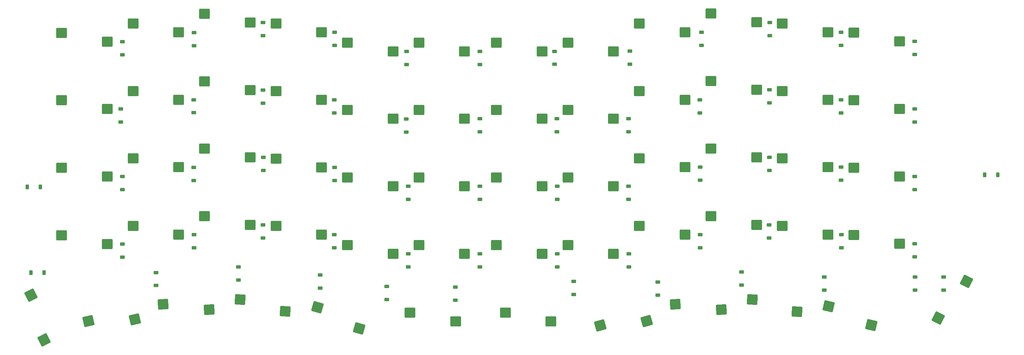
<source format=gbr>
%TF.GenerationSoftware,KiCad,Pcbnew,8.0.5*%
%TF.CreationDate,2024-10-07T12:12:51+02:00*%
%TF.ProjectId,chastity,63686173-7469-4747-992e-6b696361645f,rev?*%
%TF.SameCoordinates,Original*%
%TF.FileFunction,Paste,Bot*%
%TF.FilePolarity,Positive*%
%FSLAX46Y46*%
G04 Gerber Fmt 4.6, Leading zero omitted, Abs format (unit mm)*
G04 Created by KiCad (PCBNEW 8.0.5) date 2024-10-07 12:12:51*
%MOMM*%
%LPD*%
G01*
G04 APERTURE LIST*
G04 Aperture macros list*
%AMRoundRect*
0 Rectangle with rounded corners*
0 $1 Rounding radius*
0 $2 $3 $4 $5 $6 $7 $8 $9 X,Y pos of 4 corners*
0 Add a 4 corners polygon primitive as box body*
4,1,4,$2,$3,$4,$5,$6,$7,$8,$9,$2,$3,0*
0 Add four circle primitives for the rounded corners*
1,1,$1+$1,$2,$3*
1,1,$1+$1,$4,$5*
1,1,$1+$1,$6,$7*
1,1,$1+$1,$8,$9*
0 Add four rect primitives between the rounded corners*
20,1,$1+$1,$2,$3,$4,$5,0*
20,1,$1+$1,$4,$5,$6,$7,0*
20,1,$1+$1,$6,$7,$8,$9,0*
20,1,$1+$1,$8,$9,$2,$3,0*%
G04 Aperture macros list end*
%ADD10RoundRect,0.260000X1.065000X1.040000X-1.065000X1.040000X-1.065000X-1.040000X1.065000X-1.040000X0*%
%ADD11RoundRect,0.260000X1.134952X0.963176X-0.989859X1.111757X-1.134952X-0.963176X0.989859X-1.111757X0*%
%ADD12RoundRect,0.225000X0.375000X-0.225000X0.375000X0.225000X-0.375000X0.225000X-0.375000X-0.225000X0*%
%ADD13RoundRect,0.225000X-0.375000X0.225000X-0.375000X-0.225000X0.375000X-0.225000X0.375000X0.225000X0*%
%ADD14RoundRect,0.225000X0.225000X0.375000X-0.225000X0.375000X-0.225000X-0.375000X0.225000X-0.375000X0*%
%ADD15RoundRect,0.260000X0.737081X1.293266X-1.310407X0.706158X-0.737081X-1.293266X1.310407X-0.706158X0*%
%ADD16RoundRect,0.260000X0.803755X1.252918X-1.271653X0.773772X-0.803755X-1.252918X1.271653X-0.773772X0*%
%ADD17RoundRect,0.260000X1.310407X0.706158X-0.737081X1.293266X-1.310407X-0.706158X0.737081X-1.293266X0*%
%ADD18RoundRect,0.260000X1.271653X0.773772X-0.803755X1.252918X-1.271653X-0.773772X0.803755X-1.252918X0*%
%ADD19RoundRect,0.260000X0.989859X1.111757X-1.134952X0.963176X-0.989859X-1.111757X1.134952X-0.963176X0*%
%ADD20RoundRect,0.260000X0.443147X-1.421072X1.410147X0.476772X-0.443147X1.421072X-1.410147X-0.476772X0*%
%ADD21RoundRect,0.260000X-1.410147X0.476772X-0.443147X-1.421072X1.410147X-0.476772X0.443147X1.421072X0*%
G04 APERTURE END LIST*
D10*
%TO.C,MX35*%
X95389764Y112493000D03*
X106879764Y110293000D03*
%TD*%
%TO.C,MX19*%
X144371815Y59302555D03*
X132881815Y61502555D03*
%TD*%
D11*
%TO.C,MX58*%
X68401218Y47779143D03*
X79709764Y44783000D03*
%TD*%
D10*
%TO.C,MX4*%
X198371815Y117602555D03*
X186881815Y119802555D03*
%TD*%
%TO.C,MX40*%
X77394764Y100293000D03*
X88884764Y98093000D03*
%TD*%
%TO.C,MX11*%
X216371815Y98102555D03*
X204881815Y100302555D03*
%TD*%
%TO.C,MX10*%
X198371815Y100602555D03*
X186881815Y102802555D03*
%TD*%
%TO.C,MX15*%
X180371815Y81102555D03*
X168881815Y83302555D03*
%TD*%
%TO.C,MX60*%
X111144764Y44483000D03*
X122634764Y42283000D03*
%TD*%
D12*
%TO.C,D42*%
X128706201Y89997012D03*
X128706201Y93297012D03*
%TD*%
%TO.C,D4*%
X201746815Y117582555D03*
X201746815Y114282555D03*
%TD*%
%TO.C,D45*%
X74169764Y80253000D03*
X74169764Y83553000D03*
%TD*%
%TO.C,D12*%
X238216815Y95812555D03*
X238216815Y92512555D03*
%TD*%
%TO.C,D44*%
X56679764Y77793000D03*
X56679764Y81093000D03*
%TD*%
%TO.C,D17*%
X219646815Y81105055D03*
X219646815Y77805055D03*
%TD*%
D10*
%TO.C,MX54*%
X113389764Y61493000D03*
X124879764Y59293000D03*
%TD*%
%TO.C,MX33*%
X59407114Y119754250D03*
X70897114Y117554250D03*
%TD*%
%TO.C,MX14*%
X162371815Y76302555D03*
X150881815Y78502555D03*
%TD*%
%TO.C,MX41*%
X95389764Y95493000D03*
X106879764Y93293000D03*
%TD*%
%TO.C,MX9*%
X180371815Y98102555D03*
X168881815Y100302555D03*
%TD*%
D12*
%TO.C,D52*%
X92089764Y60793000D03*
X92089764Y64093000D03*
%TD*%
D10*
%TO.C,MX32*%
X41407114Y117304250D03*
X52897114Y115104250D03*
%TD*%
D12*
%TO.C,D19*%
X148176815Y59302555D03*
X148176815Y56002555D03*
%TD*%
%TO.C,D24*%
X238206815Y61802555D03*
X238206815Y58502555D03*
%TD*%
%TO.C,D22*%
X201586815Y66602555D03*
X201586815Y63302555D03*
%TD*%
D10*
%TO.C,MX16*%
X198371815Y83602555D03*
X186881815Y85802555D03*
%TD*%
D13*
%TO.C,D30*%
X245526815Y50122555D03*
X245526815Y53422555D03*
%TD*%
%TO.C,D57*%
X67909764Y55983000D03*
X67909764Y52683000D03*
%TD*%
D12*
%TO.C,D43*%
X38706485Y75455045D03*
X38706485Y78755045D03*
%TD*%
D10*
%TO.C,MX31*%
X23407114Y114954250D03*
X34897114Y112754250D03*
%TD*%
D13*
%TO.C,D59*%
X105300764Y51113000D03*
X105300764Y47813000D03*
%TD*%
D14*
%TO.C,D61*%
X255836815Y79202555D03*
X259136815Y79202555D03*
%TD*%
D15*
%TO.C,MX26*%
X170699212Y42331486D03*
X159047913Y41279189D03*
%TD*%
D12*
%TO.C,D16*%
X201656815Y83602555D03*
X201656815Y80302555D03*
%TD*%
D10*
%TO.C,MX2*%
X162371815Y110302555D03*
X150881815Y112502555D03*
%TD*%
D13*
%TO.C,D26*%
X173496815Y48912555D03*
X173496815Y52212555D03*
%TD*%
D10*
%TO.C,MX21*%
X180371815Y64102555D03*
X168881815Y66302555D03*
%TD*%
%TO.C,MX3*%
X180371815Y115102555D03*
X168881815Y117302555D03*
%TD*%
D16*
%TO.C,MX56*%
X30150614Y42337160D03*
X41841019Y42778233D03*
%TD*%
D10*
%TO.C,MX13*%
X144371815Y76302555D03*
X132881815Y78502555D03*
%TD*%
%TO.C,MX12*%
X234371815Y95802555D03*
X222881815Y98002555D03*
%TD*%
D12*
%TO.C,D32*%
X56729764Y111713000D03*
X56729764Y115013000D03*
%TD*%
D10*
%TO.C,MX1*%
X144371815Y110302555D03*
X132881815Y112502555D03*
%TD*%
D13*
%TO.C,D60*%
X122539764Y50953000D03*
X122539764Y47653000D03*
%TD*%
%TO.C,D27*%
X194606815Y51402555D03*
X194606815Y54702555D03*
%TD*%
D12*
%TO.C,D47*%
X110739764Y72993000D03*
X110739764Y76293000D03*
%TD*%
D10*
%TO.C,MX44*%
X41407114Y83304250D03*
X52897114Y81104250D03*
%TD*%
D12*
%TO.C,D21*%
X184176815Y64112555D03*
X184176815Y60812555D03*
%TD*%
D13*
%TO.C,D29*%
X238266815Y50122555D03*
X238266815Y53422555D03*
%TD*%
D10*
%TO.C,MX18*%
X234371815Y78802555D03*
X222881815Y81002555D03*
%TD*%
%TO.C,MX20*%
X162371815Y59302555D03*
X150881815Y61502555D03*
%TD*%
D14*
%TO.C,D55*%
X19019764Y54563000D03*
X15719764Y54563000D03*
%TD*%
D12*
%TO.C,D48*%
X128759764Y73005500D03*
X128759764Y76305500D03*
%TD*%
%TO.C,D20*%
X166202457Y59299816D03*
X166202457Y55999816D03*
%TD*%
%TO.C,D49*%
X38719764Y58453000D03*
X38719764Y61753000D03*
%TD*%
%TO.C,D38*%
X56709764Y94813000D03*
X56709764Y98113000D03*
%TD*%
D10*
%TO.C,MX53*%
X95389764Y61493000D03*
X106879764Y59293000D03*
%TD*%
%TO.C,MX47*%
X95389764Y78493000D03*
X106879764Y76293000D03*
%TD*%
D17*
%TO.C,MX59*%
X87870521Y45820899D03*
X98309016Y40539050D03*
%TD*%
D12*
%TO.C,D7*%
X148156815Y93305055D03*
X148156815Y90005055D03*
%TD*%
D13*
%TO.C,D56*%
X47209764Y54595500D03*
X47209764Y51295500D03*
%TD*%
D12*
%TO.C,D23*%
X219766815Y64095055D03*
X219766815Y60795055D03*
%TD*%
D10*
%TO.C,MX34*%
X77394764Y117293000D03*
X88884764Y115093000D03*
%TD*%
%TO.C,MX36*%
X113389764Y112493000D03*
X124879764Y110293000D03*
%TD*%
D12*
%TO.C,D3*%
X184566815Y115102555D03*
X184566815Y111802555D03*
%TD*%
D10*
%TO.C,MX25*%
X146625058Y42288079D03*
X135135058Y44488079D03*
%TD*%
%TO.C,MX8*%
X162371815Y93302555D03*
X150881815Y95502555D03*
%TD*%
D12*
%TO.C,D41*%
X110179147Y89979410D03*
X110179147Y93279410D03*
%TD*%
%TO.C,D9*%
X184116815Y98092555D03*
X184116815Y94792555D03*
%TD*%
D18*
%TO.C,MX29*%
X227265603Y41334220D03*
X216564984Y46062521D03*
%TD*%
D10*
%TO.C,MX42*%
X113389764Y95493000D03*
X124879764Y93293000D03*
%TD*%
D19*
%TO.C,MX27*%
X189522359Y45229748D03*
X177906884Y46622887D03*
%TD*%
D10*
%TO.C,MX7*%
X144371815Y93302555D03*
X132881815Y95502555D03*
%TD*%
%TO.C,MX45*%
X59407114Y85754250D03*
X70897114Y83554250D03*
%TD*%
D12*
%TO.C,D8*%
X166196815Y93292555D03*
X166196815Y89992555D03*
%TD*%
D10*
%TO.C,MX23*%
X216371815Y64102555D03*
X204881815Y66302555D03*
%TD*%
D12*
%TO.C,D33*%
X74149764Y114275500D03*
X74149764Y117575500D03*
%TD*%
D10*
%TO.C,MX37*%
X23407114Y97954250D03*
X34897114Y95754250D03*
%TD*%
%TO.C,MX49*%
X23407114Y63954250D03*
X34897114Y61754250D03*
%TD*%
D11*
%TO.C,MX28*%
X208602258Y44744350D03*
X197293711Y47740493D03*
%TD*%
D13*
%TO.C,D28*%
X215466815Y50152555D03*
X215466815Y53452555D03*
%TD*%
D10*
%TO.C,MX22*%
X198371815Y66602555D03*
X186881815Y68802555D03*
%TD*%
D13*
%TO.C,D25*%
X152340058Y49048079D03*
X152340058Y52348079D03*
%TD*%
D12*
%TO.C,D14*%
X166186815Y76305055D03*
X166186815Y73005055D03*
%TD*%
%TO.C,D1*%
X147496815Y110305055D03*
X147496815Y107005055D03*
%TD*%
D10*
%TO.C,MX43*%
X23407114Y80954250D03*
X34897114Y78754250D03*
%TD*%
%TO.C,MX38*%
X41407114Y100304250D03*
X52897114Y98104250D03*
%TD*%
D12*
%TO.C,D5*%
X219685566Y115096023D03*
X219685566Y111796023D03*
%TD*%
%TO.C,D51*%
X74099764Y63253000D03*
X74099764Y66553000D03*
%TD*%
%TO.C,D2*%
X166496815Y110362555D03*
X166496815Y107062555D03*
%TD*%
D10*
%TO.C,MX48*%
X113389764Y78493000D03*
X124879764Y76293000D03*
%TD*%
%TO.C,MX17*%
X216371815Y81102555D03*
X204881815Y83302555D03*
%TD*%
%TO.C,MX39*%
X59407114Y102754250D03*
X70897114Y100554250D03*
%TD*%
D12*
%TO.C,D18*%
X238206815Y78792555D03*
X238206815Y75492555D03*
%TD*%
D10*
%TO.C,MX52*%
X77394764Y66293000D03*
X88884764Y64093000D03*
%TD*%
D20*
%TO.C,MX30*%
X244102127Y43132482D03*
X251278692Y52371368D03*
%TD*%
D12*
%TO.C,D34*%
X92164509Y111795388D03*
X92164509Y115095388D03*
%TD*%
D10*
%TO.C,MX6*%
X234371815Y112802555D03*
X222881815Y115002555D03*
%TD*%
%TO.C,MX5*%
X216371815Y115102555D03*
X204881815Y117302555D03*
%TD*%
D12*
%TO.C,D15*%
X184196815Y81105055D03*
X184196815Y77805055D03*
%TD*%
%TO.C,D53*%
X110739764Y56013000D03*
X110739764Y59313000D03*
%TD*%
%TO.C,D35*%
X110296383Y106982794D03*
X110296383Y110282794D03*
%TD*%
%TO.C,D40*%
X92089764Y94793000D03*
X92089764Y98093000D03*
%TD*%
%TO.C,D6*%
X238186815Y112762555D03*
X238186815Y109462555D03*
%TD*%
D10*
%TO.C,MX50*%
X41407114Y66304250D03*
X52897114Y64104250D03*
%TD*%
D12*
%TO.C,D54*%
X128729764Y55993000D03*
X128729764Y59293000D03*
%TD*%
%TO.C,D39*%
X74149764Y97263000D03*
X74149764Y100563000D03*
%TD*%
D10*
%TO.C,MX24*%
X234371815Y61802555D03*
X222881815Y64002555D03*
%TD*%
D13*
%TO.C,D58*%
X88519764Y53933000D03*
X88519764Y50633000D03*
%TD*%
D10*
%TO.C,MX46*%
X77394764Y83293000D03*
X88884764Y81093000D03*
%TD*%
D12*
%TO.C,D31*%
X38729764Y109403000D03*
X38729764Y112703000D03*
%TD*%
%TO.C,D11*%
X219666815Y98102555D03*
X219666815Y94802555D03*
%TD*%
%TO.C,D37*%
X38321764Y92484000D03*
X38321764Y95784000D03*
%TD*%
%TO.C,D46*%
X92139764Y77793000D03*
X92139764Y81093000D03*
%TD*%
%TO.C,D50*%
X56729764Y60803000D03*
X56729764Y64103000D03*
%TD*%
D10*
%TO.C,MX51*%
X59407114Y68754250D03*
X70897114Y66554250D03*
%TD*%
D14*
%TO.C,D62*%
X18069764Y76163000D03*
X14769764Y76163000D03*
%TD*%
D12*
%TO.C,D10*%
X201666815Y100582555D03*
X201666815Y97282555D03*
%TD*%
D21*
%TO.C,MX55*%
X15723002Y48857253D03*
X18979138Y37620809D03*
%TD*%
D12*
%TO.C,D13*%
X148196815Y76312555D03*
X148196815Y73012555D03*
%TD*%
D19*
%TO.C,MX57*%
X48994289Y46626139D03*
X60609764Y45233000D03*
%TD*%
D12*
%TO.C,D36*%
X128705058Y107002293D03*
X128705058Y110302293D03*
%TD*%
M02*

</source>
